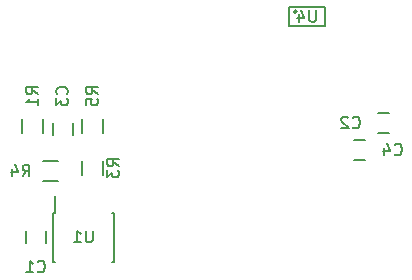
<source format=gbo>
%TF.GenerationSoftware,KiCad,Pcbnew,0.201512281231+6406~40~ubuntu14.04.1-stable*%
%TF.CreationDate,2016-01-03T22:13:40+01:00*%
%TF.ProjectId,hv,68762E6B696361645F70636200000000,rev?*%
%TF.FileFunction,Legend,Bot*%
%FSLAX46Y46*%
G04 Gerber Fmt 4.6, Leading zero omitted, Abs format (unit mm)*
G04 Created by KiCad (PCBNEW 0.201512281231+6406~40~ubuntu14.04.1-stable) date Son 03 Jan 2016 22:13:40 CET*
%MOMM*%
G01*
G04 APERTURE LIST*
%ADD10C,0.200000*%
%ADD11C,0.150000*%
G04 APERTURE END LIST*
D10*
D11*
X173447000Y-93429000D02*
X173592000Y-93429000D01*
X173447000Y-97579000D02*
X173592000Y-97579000D01*
X178597000Y-97579000D02*
X178452000Y-97579000D01*
X178597000Y-93429000D02*
X178452000Y-93429000D01*
X173447000Y-93429000D02*
X173447000Y-97579000D01*
X178597000Y-93429000D02*
X178597000Y-97579000D01*
X173592000Y-93429000D02*
X173592000Y-92029000D01*
X171108000Y-96004000D02*
X171108000Y-95004000D01*
X172808000Y-95004000D02*
X172808000Y-96004000D01*
X201922000Y-86702000D02*
X200922000Y-86702000D01*
X200922000Y-85002000D02*
X201922000Y-85002000D01*
X173394000Y-86860000D02*
X173394000Y-85860000D01*
X175094000Y-85860000D02*
X175094000Y-86860000D01*
X199890000Y-88988000D02*
X198890000Y-88988000D01*
X198890000Y-87288000D02*
X199890000Y-87288000D01*
X170829000Y-85506000D02*
X170829000Y-86706000D01*
X172579000Y-86706000D02*
X172579000Y-85506000D01*
X177659000Y-90262000D02*
X177659000Y-89062000D01*
X175909000Y-89062000D02*
X175909000Y-90262000D01*
X172628000Y-90791000D02*
X173828000Y-90791000D01*
X173828000Y-89041000D02*
X172628000Y-89041000D01*
X175909000Y-85506000D02*
X175909000Y-86706000D01*
X177659000Y-86706000D02*
X177659000Y-85506000D01*
X194086421Y-76435000D02*
G75*
G03X194086421Y-76435000I-141421J0D01*
G01*
X196445000Y-76035000D02*
X196445000Y-77635000D01*
X196445000Y-77635000D02*
X193445000Y-77635000D01*
X193445000Y-77635000D02*
X193445000Y-76035000D01*
X193445000Y-76035000D02*
X196445000Y-76035000D01*
X176783905Y-94956381D02*
X176783905Y-95765905D01*
X176736286Y-95861143D01*
X176688667Y-95908762D01*
X176593429Y-95956381D01*
X176402952Y-95956381D01*
X176307714Y-95908762D01*
X176260095Y-95861143D01*
X176212476Y-95765905D01*
X176212476Y-94956381D01*
X175212476Y-95956381D02*
X175783905Y-95956381D01*
X175498191Y-95956381D02*
X175498191Y-94956381D01*
X175593429Y-95099238D01*
X175688667Y-95194476D01*
X175783905Y-95242095D01*
X172124666Y-98401143D02*
X172172285Y-98448762D01*
X172315142Y-98496381D01*
X172410380Y-98496381D01*
X172553238Y-98448762D01*
X172648476Y-98353524D01*
X172696095Y-98258286D01*
X172743714Y-98067810D01*
X172743714Y-97924952D01*
X172696095Y-97734476D01*
X172648476Y-97639238D01*
X172553238Y-97544000D01*
X172410380Y-97496381D01*
X172315142Y-97496381D01*
X172172285Y-97544000D01*
X172124666Y-97591619D01*
X171172285Y-98496381D02*
X171743714Y-98496381D01*
X171458000Y-98496381D02*
X171458000Y-97496381D01*
X171553238Y-97639238D01*
X171648476Y-97734476D01*
X171743714Y-97782095D01*
X198794666Y-86209143D02*
X198842285Y-86256762D01*
X198985142Y-86304381D01*
X199080380Y-86304381D01*
X199223238Y-86256762D01*
X199318476Y-86161524D01*
X199366095Y-86066286D01*
X199413714Y-85875810D01*
X199413714Y-85732952D01*
X199366095Y-85542476D01*
X199318476Y-85447238D01*
X199223238Y-85352000D01*
X199080380Y-85304381D01*
X198985142Y-85304381D01*
X198842285Y-85352000D01*
X198794666Y-85399619D01*
X198413714Y-85399619D02*
X198366095Y-85352000D01*
X198270857Y-85304381D01*
X198032761Y-85304381D01*
X197937523Y-85352000D01*
X197889904Y-85399619D01*
X197842285Y-85494857D01*
X197842285Y-85590095D01*
X197889904Y-85732952D01*
X198461333Y-86304381D01*
X197842285Y-86304381D01*
X174601143Y-83399334D02*
X174648762Y-83351715D01*
X174696381Y-83208858D01*
X174696381Y-83113620D01*
X174648762Y-82970762D01*
X174553524Y-82875524D01*
X174458286Y-82827905D01*
X174267810Y-82780286D01*
X174124952Y-82780286D01*
X173934476Y-82827905D01*
X173839238Y-82875524D01*
X173744000Y-82970762D01*
X173696381Y-83113620D01*
X173696381Y-83208858D01*
X173744000Y-83351715D01*
X173791619Y-83399334D01*
X173696381Y-83732667D02*
X173696381Y-84351715D01*
X174077333Y-84018381D01*
X174077333Y-84161239D01*
X174124952Y-84256477D01*
X174172571Y-84304096D01*
X174267810Y-84351715D01*
X174505905Y-84351715D01*
X174601143Y-84304096D01*
X174648762Y-84256477D01*
X174696381Y-84161239D01*
X174696381Y-83875524D01*
X174648762Y-83780286D01*
X174601143Y-83732667D01*
X202350666Y-88495143D02*
X202398285Y-88542762D01*
X202541142Y-88590381D01*
X202636380Y-88590381D01*
X202779238Y-88542762D01*
X202874476Y-88447524D01*
X202922095Y-88352286D01*
X202969714Y-88161810D01*
X202969714Y-88018952D01*
X202922095Y-87828476D01*
X202874476Y-87733238D01*
X202779238Y-87638000D01*
X202636380Y-87590381D01*
X202541142Y-87590381D01*
X202398285Y-87638000D01*
X202350666Y-87685619D01*
X201493523Y-87923714D02*
X201493523Y-88590381D01*
X201731619Y-87542762D02*
X201969714Y-88257048D01*
X201350666Y-88257048D01*
X172156381Y-83399334D02*
X171680190Y-83066000D01*
X172156381Y-82827905D02*
X171156381Y-82827905D01*
X171156381Y-83208858D01*
X171204000Y-83304096D01*
X171251619Y-83351715D01*
X171346857Y-83399334D01*
X171489714Y-83399334D01*
X171584952Y-83351715D01*
X171632571Y-83304096D01*
X171680190Y-83208858D01*
X171680190Y-82827905D01*
X172156381Y-84351715D02*
X172156381Y-83780286D01*
X172156381Y-84066000D02*
X171156381Y-84066000D01*
X171299238Y-83970762D01*
X171394476Y-83875524D01*
X171442095Y-83780286D01*
X179014381Y-89495334D02*
X178538190Y-89162000D01*
X179014381Y-88923905D02*
X178014381Y-88923905D01*
X178014381Y-89304858D01*
X178062000Y-89400096D01*
X178109619Y-89447715D01*
X178204857Y-89495334D01*
X178347714Y-89495334D01*
X178442952Y-89447715D01*
X178490571Y-89400096D01*
X178538190Y-89304858D01*
X178538190Y-88923905D01*
X178014381Y-89828667D02*
X178014381Y-90447715D01*
X178395333Y-90114381D01*
X178395333Y-90257239D01*
X178442952Y-90352477D01*
X178490571Y-90400096D01*
X178585810Y-90447715D01*
X178823905Y-90447715D01*
X178919143Y-90400096D01*
X178966762Y-90352477D01*
X179014381Y-90257239D01*
X179014381Y-89971524D01*
X178966762Y-89876286D01*
X178919143Y-89828667D01*
X170854666Y-90368381D02*
X171188000Y-89892190D01*
X171426095Y-90368381D02*
X171426095Y-89368381D01*
X171045142Y-89368381D01*
X170949904Y-89416000D01*
X170902285Y-89463619D01*
X170854666Y-89558857D01*
X170854666Y-89701714D01*
X170902285Y-89796952D01*
X170949904Y-89844571D01*
X171045142Y-89892190D01*
X171426095Y-89892190D01*
X169997523Y-89701714D02*
X169997523Y-90368381D01*
X170235619Y-89320762D02*
X170473714Y-90035048D01*
X169854666Y-90035048D01*
X177236381Y-83399334D02*
X176760190Y-83066000D01*
X177236381Y-82827905D02*
X176236381Y-82827905D01*
X176236381Y-83208858D01*
X176284000Y-83304096D01*
X176331619Y-83351715D01*
X176426857Y-83399334D01*
X176569714Y-83399334D01*
X176664952Y-83351715D01*
X176712571Y-83304096D01*
X176760190Y-83208858D01*
X176760190Y-82827905D01*
X176236381Y-84304096D02*
X176236381Y-83827905D01*
X176712571Y-83780286D01*
X176664952Y-83827905D01*
X176617333Y-83923143D01*
X176617333Y-84161239D01*
X176664952Y-84256477D01*
X176712571Y-84304096D01*
X176807810Y-84351715D01*
X177045905Y-84351715D01*
X177141143Y-84304096D01*
X177188762Y-84256477D01*
X177236381Y-84161239D01*
X177236381Y-83923143D01*
X177188762Y-83827905D01*
X177141143Y-83780286D01*
X195706905Y-76287381D02*
X195706905Y-77096905D01*
X195659286Y-77192143D01*
X195611667Y-77239762D01*
X195516429Y-77287381D01*
X195325952Y-77287381D01*
X195230714Y-77239762D01*
X195183095Y-77192143D01*
X195135476Y-77096905D01*
X195135476Y-76287381D01*
X194230714Y-76620714D02*
X194230714Y-77287381D01*
X194468810Y-76239762D02*
X194706905Y-76954048D01*
X194087857Y-76954048D01*
M02*

</source>
